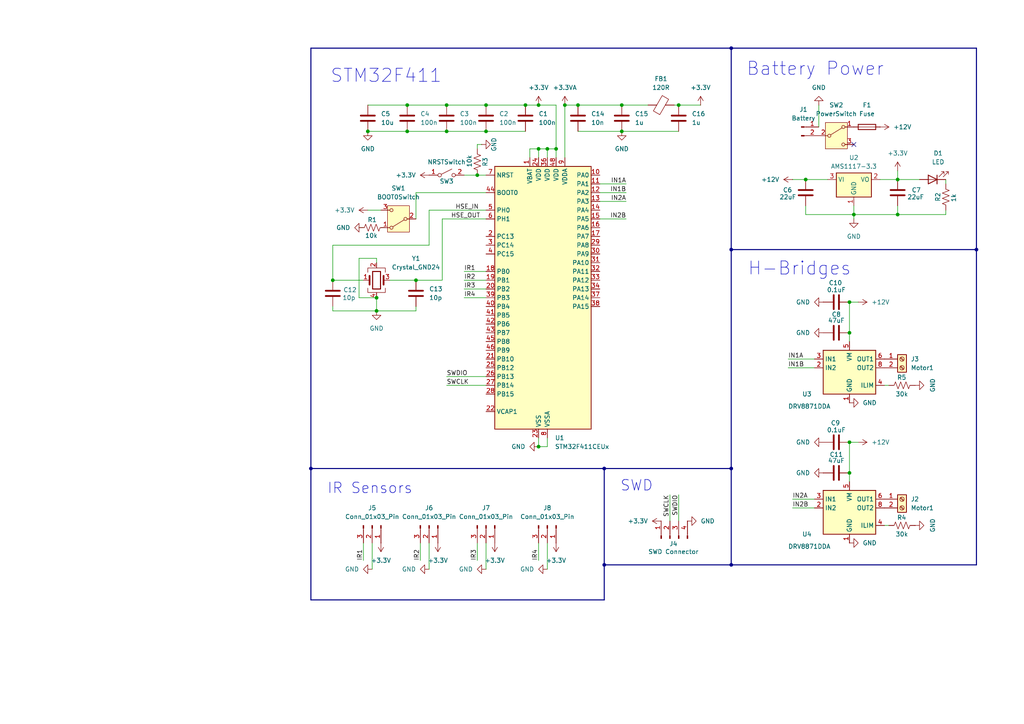
<source format=kicad_sch>
(kicad_sch (version 20231120) (generator "eeschema") (generator_version "8.0")
  (paper "A4")
  (lib_symbols
    (symbol "Connector:Conn_01x02_Pin" (pin_names (offset 1.016) hide)
      (property "Reference" "J" (at 0 2.54 0))
      (property "Value" "Conn_01x02_Pin" (at 0 -5.08 0))
      (symbol "Conn_01x02_Pin_1_1"
        (polyline (pts (xy 1.27 -2.54) (xy 0.8636 -2.54)) (stroke (width 0.1524)))
        (polyline (pts (xy 1.27 0) (xy 0.8636 0)) (stroke (width 0.1524)))
        (rectangle (start 0.8636 -2.413) (end 0 -2.667) (stroke (width 0.1524)) (fill (type outline)))
        (rectangle (start 0.8636 0.127) (end 0 -0.127) (stroke (width 0.1524)) (fill (type outline)))
        (pin passive line (at 5.08 0 180) (length 3.81) (name "Pin_1") (number "1"))
        (pin passive line (at 5.08 -2.54 180) (length 3.81) (name "Pin_2") (number "2"))
      )
    )
    (symbol "Connector:Conn_01x03_Pin" (pin_names (offset 1.016) hide)
      (property "Reference" "J" (at 0 5.08 0))
      (property "Value" "Conn_01x03_Pin" (at 0 -5.08 0))
      (symbol "Conn_01x03_Pin_1_1"
        (polyline (pts (xy 1.27 -2.54) (xy 0.8636 -2.54)) (stroke (width 0.1524)))
        (polyline (pts (xy 1.27 0) (xy 0.8636 0)) (stroke (width 0.1524)))
        (polyline (pts (xy 1.27 2.54) (xy 0.8636 2.54)) (stroke (width 0.1524)))
        (rectangle (start 0.8636 -2.413) (end 0 -2.667) (stroke (width 0.1524)) (fill (type outline)))
        (rectangle (start 0.8636 0.127) (end 0 -0.127) (stroke (width 0.1524)) (fill (type outline)))
        (rectangle (start 0.8636 2.667) (end 0 2.413) (stroke (width 0.1524)) (fill (type outline)))
        (pin passive line (at 5.08 2.54 180) (length 3.81) (name "Pin_1") (number "1"))
        (pin passive line (at 5.08 0 180) (length 3.81) (name "Pin_2") (number "2"))
        (pin passive line (at 5.08 -2.54 180) (length 3.81) (name "Pin_3") (number "3"))
      )
    )
    (symbol "Connector:Conn_01x04_Pin" (pin_names (offset 1.016) hide)
      (property "Reference" "J" (at 0 5.08 0))
      (property "Value" "Conn_01x04_Pin" (at 0 -7.62 0))
      (symbol "Conn_01x04_Pin_1_1"
        (polyline (pts (xy 1.27 -5.08) (xy 0.8636 -5.08)) (stroke (width 0.1524)))
        (polyline (pts (xy 1.27 -2.54) (xy 0.8636 -2.54)) (stroke (width 0.1524)))
        (polyline (pts (xy 1.27 0) (xy 0.8636 0)) (stroke (width 0.1524)))
        (polyline (pts (xy 1.27 2.54) (xy 0.8636 2.54)) (stroke (width 0.1524)))
        (rectangle (start 0.8636 -4.953) (end 0 -5.207) (stroke (width 0.1524)) (fill (type outline)))
        (rectangle (start 0.8636 -2.413) (end 0 -2.667) (stroke (width 0.1524)) (fill (type outline)))
        (rectangle (start 0.8636 0.127) (end 0 -0.127) (stroke (width 0.1524)) (fill (type outline)))
        (rectangle (start 0.8636 2.667) (end 0 2.413) (stroke (width 0.1524)) (fill (type outline)))
        (pin passive line (at 5.08 2.54 180) (length 3.81) (name "Pin_1") (number "1"))
        (pin passive line (at 5.08 0 180) (length 3.81) (name "Pin_2") (number "2"))
        (pin passive line (at 5.08 -2.54 180) (length 3.81) (name "Pin_3") (number "3"))
        (pin passive line (at 5.08 -5.08 180) (length 3.81) (name "Pin_4") (number "4"))
      )
    )
    (symbol "Connector:Screw_Terminal_01x02" (pin_names (offset 1.016) hide)
      (property "Reference" "J" (at 0 2.54 0))
      (property "Value" "Screw_Terminal_01x02" (at 0 -5.08 0))
      (symbol "Screw_Terminal_01x02_1_1"
        (rectangle (start -1.27 1.27) (end 1.27 -3.81) (stroke (width 0.254)) (fill (type background)))
        (circle (center 0 -2.54) (radius 0.635) (stroke (width 0.1524)))
        (polyline (pts (xy -0.5334 -2.2098) (xy 0.3302 -3.048)) (stroke (width 0.1524)))
        (polyline (pts (xy -0.5334 0.3302) (xy 0.3302 -0.508)) (stroke (width 0.1524)))
        (polyline (pts (xy -0.3556 -2.032) (xy 0.508 -2.8702)) (stroke (width 0.1524)))
        (polyline (pts (xy -0.3556 0.508) (xy 0.508 -0.3302)) (stroke (width 0.1524)))
        (circle (center 0 0) (radius 0.635) (stroke (width 0.1524)))
        (pin passive line (at -5.08 0 0) (length 3.81) (name "Pin_1") (number "1"))
        (pin passive line (at -5.08 -2.54 0) (length 3.81) (name "Pin_2") (number "2"))
      )
    )
    (symbol "Device:C" (pin_numbers hide) (pin_names (offset 0.254))
      (property "Reference" "C" (at 0.635 2.54 0))
      (property "Value" "C" (at 0.635 -2.54 0))
      (symbol "C_0_1"
        (polyline (pts (xy -2.032 -0.762) (xy 2.032 -0.762)) (stroke (width 0.508)))
        (polyline (pts (xy -2.032 0.762) (xy 2.032 0.762)) (stroke (width 0.508)))
      )
      (symbol "C_1_1"
        (pin passive line (at 0 3.81 270) (length 2.794) (name "~") (number "1"))
        (pin passive line (at 0 -3.81 90) (length 2.794) (name "~") (number "2"))
      )
    )
    (symbol "Device:Crystal_GND24" (pin_names (offset 1.016) hide)
      (property "Reference" "Y" (at 3.175 5.08 0))
      (property "Value" "Crystal_GND24" (at 3.175 3.175 0))
      (symbol "Crystal_GND24_0_1"
        (rectangle (start -1.143 2.54) (end 1.143 -2.54) (stroke (width 0.3048)))
        (polyline (pts (xy -2.54 0) (xy -2.032 0)))
        (polyline (pts (xy -2.032 -1.27) (xy -2.032 1.27)) (stroke (width 0.508)))
        (polyline (pts (xy 0 -3.81) (xy 0 -3.556)))
        (polyline (pts (xy 0 3.556) (xy 0 3.81)))
        (polyline (pts (xy 2.032 -1.27) (xy 2.032 1.27)) (stroke (width 0.508)))
        (polyline (pts (xy 2.032 0) (xy 2.54 0)))
        (polyline (pts (xy -2.54 -2.286) (xy -2.54 -3.556) (xy 2.54 -3.556) (xy 2.54 -2.286)))
        (polyline (pts (xy -2.54 2.286) (xy -2.54 3.556) (xy 2.54 3.556) (xy 2.54 2.286)))
      )
      (symbol "Crystal_GND24_1_1"
        (pin passive line (at -3.81 0 0) (length 1.27) (name "1") (number "1"))
        (pin passive line (at 0 5.08 270) (length 1.27) (name "2") (number "2"))
        (pin passive line (at 3.81 0 180) (length 1.27) (name "3") (number "3"))
        (pin passive line (at 0 -5.08 90) (length 1.27) (name "4") (number "4"))
      )
    )
    (symbol "Device:FerriteBead" (pin_numbers hide) (pin_names (offset 0))
      (property "Reference" "FB" (at -3.81 0.635 90))
      (property "Value" "FerriteBead" (at 3.81 0 90))
      (symbol "FerriteBead_0_1"
        (polyline (pts (xy 0 -1.27) (xy 0 -1.2192)))
        (polyline (pts (xy 0 1.27) (xy 0 1.2954)))
        (polyline (pts (xy -2.7686 0.4064) (xy -1.7018 2.2606) (xy 2.7686 -0.3048) (xy 1.6764 -2.159) (xy -2.7686 0.4064)))
      )
      (symbol "FerriteBead_1_1"
        (pin passive line (at 0 3.81 270) (length 2.54) (name "~") (number "1"))
        (pin passive line (at 0 -3.81 90) (length 2.54) (name "~") (number "2"))
      )
    )
    (symbol "Device:Fuse" (pin_numbers hide) (pin_names (offset 0))
      (property "Reference" "F" (at 2.032 0 90))
      (property "Value" "Fuse" (at -1.905 0 90))
      (symbol "Fuse_0_1"
        (rectangle (start -0.762 -2.54) (end 0.762 2.54) (stroke (width 0.254)))
        (polyline (pts (xy 0 2.54) (xy 0 -2.54)))
      )
      (symbol "Fuse_1_1"
        (pin passive line (at 0 3.81 270) (length 1.27) (name "~") (number "1"))
        (pin passive line (at 0 -3.81 90) (length 1.27) (name "~") (number "2"))
      )
    )
    (symbol "Device:LED" (pin_numbers hide) (pin_names (offset 1.016) hide)
      (property "Reference" "D" (at 0 2.54 0))
      (property "Value" "LED" (at 0 -2.54 0))
      (symbol "LED_0_1"
        (polyline (pts (xy -1.27 -1.27) (xy -1.27 1.27)) (stroke (width 0.254)))
        (polyline (pts (xy -1.27 0) (xy 1.27 0)))
        (polyline (pts (xy 1.27 -1.27) (xy 1.27 1.27) (xy -1.27 0) (xy 1.27 -1.27)) (stroke (width 0.254)))
        (polyline (pts (xy -3.048 -0.762) (xy -4.572 -2.286) (xy -3.81 -2.286) (xy -4.572 -2.286) (xy -4.572 -1.524)))
        (polyline (pts (xy -1.778 -0.762) (xy -3.302 -2.286) (xy -2.54 -2.286) (xy -3.302 -2.286) (xy -3.302 -1.524)))
      )
      (symbol "LED_1_1"
        (pin passive line (at -3.81 0 0) (length 2.54) (name "K") (number "1"))
        (pin passive line (at 3.81 0 180) (length 2.54) (name "A") (number "2"))
      )
    )
    (symbol "Device:R_US" (pin_numbers hide) (pin_names (offset 0))
      (property "Reference" "R" (at 2.54 0 90))
      (property "Value" "R_US" (at -2.54 0 90))
      (symbol "R_US_0_1"
        (polyline (pts (xy 0 -2.286) (xy 0 -2.54)))
        (polyline (pts (xy 0 2.286) (xy 0 2.54)))
        (polyline (pts (xy 0 -0.762) (xy 1.016 -1.143) (xy 0 -1.524) (xy -1.016 -1.905) (xy 0 -2.286)))
        (polyline (pts (xy 0 0.762) (xy 1.016 0.381) (xy 0 0) (xy -1.016 -0.381) (xy 0 -0.762)))
        (polyline (pts (xy 0 2.286) (xy 1.016 1.905) (xy 0 1.524) (xy -1.016 1.143) (xy 0 0.762)))
      )
      (symbol "R_US_1_1"
        (pin passive line (at 0 3.81 270) (length 1.27) (name "~") (number "1"))
        (pin passive line (at 0 -3.81 90) (length 1.27) (name "~") (number "2"))
      )
    )
    (symbol "Driver_Motor:DRV8871DDA"
      (property "Reference" "U" (at -6.35 6.35 0))
      (property "Value" "DRV8871DDA" (at 8.89 6.35 0))
      (symbol "DRV8871DDA_0_1"
        (rectangle (start -7.62 5.08) (end 7.62 -7.62) (stroke (width 0.254)) (fill (type background)))
      )
      (symbol "DRV8871DDA_1_1"
        (pin power_in line (at 0 -10.16 90) (length 2.54) (name "GND") (number "1"))
        (pin input line (at -10.16 0 0) (length 2.54) (name "IN2") (number "2"))
        (pin input line (at -10.16 2.54 0) (length 2.54) (name "IN1") (number "3"))
        (pin passive line (at 10.16 -5.08 180) (length 2.54) (name "ILIM") (number "4"))
        (pin power_in line (at 0 7.62 270) (length 2.54) (name "VM") (number "5"))
        (pin output line (at 10.16 2.54 180) (length 2.54) (name "OUT1") (number "6"))
        (pin passive line (at 0 -10.16 90) (length 2.54) hide (name "GND") (number "7"))
        (pin output line (at 10.16 0 180) (length 2.54) (name "OUT2") (number "8"))
        (pin passive line (at 0 -10.16 90) (length 2.54) hide (name "GND") (number "9"))
      )
    )
    (symbol "MCU_ST_STM32F4:STM32F411CEUx"
      (property "Reference" "U" (at -12.7 39.37 0))
      (property "Value" "STM32F411CEUx" (at 10.16 39.37 0))
      (symbol "STM32F411CEUx_0_1"
        (rectangle (start -12.7 -38.1) (end 15.24 38.1) (stroke (width 0.254)) (fill (type background)))
      )
      (symbol "STM32F411CEUx_1_1"
        (pin power_in line (at -2.54 40.64 270) (length 2.54) (name "VBAT") (number "1"))
        (pin bidirectional line (at 17.78 35.56 180) (length 2.54) (name "PA0") (number "10"))
        (pin bidirectional line (at 17.78 33.02 180) (length 2.54) (name "PA1") (number "11"))
        (pin bidirectional line (at 17.78 30.48 180) (length 2.54) (name "PA2") (number "12"))
        (pin bidirectional line (at 17.78 27.94 180) (length 2.54) (name "PA3") (number "13"))
        (pin bidirectional line (at 17.78 25.4 180) (length 2.54) (name "PA4") (number "14"))
        (pin bidirectional line (at 17.78 22.86 180) (length 2.54) (name "PA5") (number "15"))
        (pin bidirectional line (at 17.78 20.32 180) (length 2.54) (name "PA6") (number "16"))
        (pin bidirectional line (at 17.78 17.78 180) (length 2.54) (name "PA7") (number "17"))
        (pin bidirectional line (at -15.24 7.62 0) (length 2.54) (name "PB0") (number "18"))
        (pin bidirectional line (at -15.24 5.08 0) (length 2.54) (name "PB1") (number "19"))
        (pin bidirectional line (at -15.24 17.78 0) (length 2.54) (name "PC13") (number "2"))
        (pin bidirectional line (at -15.24 2.54 0) (length 2.54) (name "PB2") (number "20"))
        (pin bidirectional line (at -15.24 -17.78 0) (length 2.54) (name "PB10") (number "21"))
        (pin power_out line (at -15.24 -33.02 0) (length 2.54) (name "VCAP1") (number "22"))
        (pin power_in line (at 0 -40.64 90) (length 2.54) (name "VSS") (number "23"))
        (pin power_in line (at 0 40.64 270) (length 2.54) (name "VDD") (number "24"))
        (pin bidirectional line (at -15.24 -20.32 0) (length 2.54) (name "PB12") (number "25"))
        (pin bidirectional line (at -15.24 -22.86 0) (length 2.54) (name "PB13") (number "26"))
        (pin bidirectional line (at -15.24 -25.4 0) (length 2.54) (name "PB14") (number "27"))
        (pin bidirectional line (at -15.24 -27.94 0) (length 2.54) (name "PB15") (number "28"))
        (pin bidirectional line (at 17.78 15.24 180) (length 2.54) (name "PA8") (number "29"))
        (pin bidirectional line (at -15.24 15.24 0) (length 2.54) (name "PC14") (number "3"))
        (pin bidirectional line (at 17.78 12.7 180) (length 2.54) (name "PA9") (number "30"))
        (pin bidirectional line (at 17.78 10.16 180) (length 2.54) (name "PA10") (number "31"))
        (pin bidirectional line (at 17.78 7.62 180) (length 2.54) (name "PA11") (number "32"))
        (pin bidirectional line (at 17.78 5.08 180) (length 2.54) (name "PA12") (number "33"))
        (pin bidirectional line (at 17.78 2.54 180) (length 2.54) (name "PA13") (number "34"))
        (pin passive line (at 0 -40.64 90) (length 2.54) hide (name "VSS") (number "35"))
        (pin power_in line (at 2.54 40.64 270) (length 2.54) (name "VDD") (number "36"))
        (pin bidirectional line (at 17.78 0 180) (length 2.54) (name "PA14") (number "37"))
        (pin bidirectional line (at 17.78 -2.54 180) (length 2.54) (name "PA15") (number "38"))
        (pin bidirectional line (at -15.24 0 0) (length 2.54) (name "PB3") (number "39"))
        (pin bidirectional line (at -15.24 12.7 0) (length 2.54) (name "PC15") (number "4"))
        (pin bidirectional line (at -15.24 -2.54 0) (length 2.54) (name "PB4") (number "40"))
        (pin bidirectional line (at -15.24 -5.08 0) (length 2.54) (name "PB5") (number "41"))
        (pin bidirectional line (at -15.24 -7.62 0) (length 2.54) (name "PB6") (number "42"))
        (pin bidirectional line (at -15.24 -10.16 0) (length 2.54) (name "PB7") (number "43"))
        (pin input line (at -15.24 30.48 0) (length 2.54) (name "BOOT0") (number "44"))
        (pin bidirectional line (at -15.24 -12.7 0) (length 2.54) (name "PB8") (number "45"))
        (pin bidirectional line (at -15.24 -15.24 0) (length 2.54) (name "PB9") (number "46"))
        (pin passive line (at 0 -40.64 90) (length 2.54) hide (name "VSS") (number "47"))
        (pin power_in line (at 5.08 40.64 270) (length 2.54) (name "VDD") (number "48"))
        (pin passive line (at 0 -40.64 90) (length 2.54) hide (name "VSS") (number "49"))
        (pin bidirectional line (at -15.24 25.4 0) (length 2.54) (name "PH0") (number "5"))
        (pin bidirectional line (at -15.24 22.86 0) (length 2.54) (name "PH1") (number "6"))
        (pin input line (at -15.24 35.56 0) (length 2.54) (name "NRST") (number "7"))
        (pin power_in line (at 2.54 -40.64 90) (length 2.54) (name "VSSA") (number "8"))
        (pin power_in line (at 7.62 40.64 270) (length 2.54) (name "VDDA") (number "9"))
      )
    )
    (symbol "Regulator_Linear:AMS1117-3.3"
      (property "Reference" "U" (at -3.81 3.175 0))
      (property "Value" "AMS1117-3.3" (at 0 3.175 0))
      (symbol "AMS1117-3.3_0_1"
        (rectangle (start -5.08 -5.08) (end 5.08 1.905) (stroke (width 0.254)) (fill (type background)))
      )
      (symbol "AMS1117-3.3_1_1"
        (pin power_in line (at 0 -7.62 90) (length 2.54) (name "GND") (number "1"))
        (pin power_out line (at 7.62 0 180) (length 2.54) (name "VO") (number "2"))
        (pin power_in line (at -7.62 0 0) (length 2.54) (name "VI") (number "3"))
      )
    )
    (symbol "Switch:SW_SPDT" (pin_names (offset 0) hide)
      (property "Reference" "SW" (at 0 5.08 0))
      (property "Value" "SW_SPDT" (at 0 -5.08 0))
      (symbol "SW_SPDT_0_1"
        (circle (center -2.032 0) (radius 0.4572))
        (polyline (pts (xy -1.651 0.254) (xy 1.651 2.286)))
        (circle (center 2.032 -2.54) (radius 0.4572))
        (circle (center 2.032 2.54) (radius 0.4572))
      )
      (symbol "SW_SPDT_1_1"
        (rectangle (start -3.175 3.81) (end 3.175 -3.81) (fill (type background)))
        (pin passive line (at 5.08 2.54 180) (length 2.54) (name "A") (number "1"))
        (pin passive line (at -5.08 0 0) (length 2.54) (name "B") (number "2"))
        (pin passive line (at 5.08 -2.54 180) (length 2.54) (name "C") (number "3"))
      )
    )
    (symbol "Switch:SW_SPST" (pin_names (offset 0) hide)
      (property "Reference" "SW" (at 0 3.175 0))
      (property "Value" "SW_SPST" (at 0 -2.54 0))
      (symbol "SW_SPST_0_0"
        (circle (center -2.032 0) (radius 0.508))
        (polyline (pts (xy -1.524 0.254) (xy 1.524 1.778)))
        (circle (center 2.032 0) (radius 0.508))
      )
      (symbol "SW_SPST_1_1"
        (pin passive line (at -5.08 0 0) (length 2.54) (name "A") (number "1"))
        (pin passive line (at 5.08 0 180) (length 2.54) (name "B") (number "2"))
      )
    )
    (symbol "power:+12V" (power) (pin_numbers hide) (pin_names (offset 0) hide)
      (property "Value" "+12V" (at 0 3.556 0))
      (symbol "+12V_0_1"
        (polyline (pts (xy -0.762 1.27) (xy 0 2.54)))
        (polyline (pts (xy 0 0) (xy 0 2.54)))
        (polyline (pts (xy 0 2.54) (xy 0.762 1.27)))
      )
      (symbol "+12V_1_1"
        (pin power_in line (at 0 0 90) (length 0) (name "~") (number "1"))
      )
    )
    (symbol "power:+3.3V" (power) (pin_numbers hide) (pin_names (offset 0) hide)
      (property "Value" "+3.3V" (at 0 3.556 0))
      (symbol "+3.3V_0_1"
        (polyline (pts (xy -0.762 1.27) (xy 0 2.54)))
        (polyline (pts (xy 0 0) (xy 0 2.54)))
        (polyline (pts (xy 0 2.54) (xy 0.762 1.27)))
      )
      (symbol "+3.3V_1_1"
        (pin power_in line (at 0 0 90) (length 0) (name "~") (number "1"))
      )
    )
    (symbol "power:+3.3VA" (power) (pin_numbers hide) (pin_names (offset 0) hide)
      (property "Value" "+3.3VA" (at 0 3.556 0))
      (symbol "+3.3VA_0_1"
        (polyline (pts (xy -0.762 1.27) (xy 0 2.54)))
        (polyline (pts (xy 0 0) (xy 0 2.54)))
        (polyline (pts (xy 0 2.54) (xy 0.762 1.27)))
      )
      (symbol "+3.3VA_1_1"
        (pin power_in line (at 0 0 90) (length 0) (name "~") (number "1"))
      )
    )
    (symbol "power:GND" (power) (pin_numbers hide) (pin_names (offset 0) hide)
      (property "Value" "GND" (at 0 -3.81 0))
      (symbol "GND_0_1"
        (polyline (pts (xy 0 0) (xy 0 -1.27) (xy 1.27 -1.27) (xy 0 -2.54) (xy -1.27 -1.27) (xy 0 -1.27)))
      )
      (symbol "GND_1_1"
        (pin power_in line (at 0 0 270) (length 0) (name "~") (number "1"))
      )
    )
  )
  (junction (at 163.83 30.48))
  (junction (at 90.17 135.89))
  (junction (at 167.64 30.48))
  (junction (at 140.97 38.1))
  (junction (at 212.09 163.83))
  (junction (at 106.68 38.1))
  (junction (at 180.34 30.48))
  (junction (at 161.29 43.18))
  (junction (at 212.09 135.89))
  (junction (at 260.35 52.07))
  (junction (at 96.52 81.28))
  (junction (at 260.35 62.23))
  (junction (at 246.38 96.52))
  (junction (at 158.75 43.18))
  (junction (at 138.43 50.8))
  (junction (at 109.22 90.17))
  (junction (at 152.4 30.48))
  (junction (at 118.11 38.1))
  (junction (at 175.26 135.89))
  (junction (at 212.09 13.97))
  (junction (at 283.21 72.39))
  (junction (at 246.38 128.27))
  (junction (at 180.34 38.1))
  (junction (at 156.21 43.18))
  (junction (at 233.68 52.07))
  (junction (at 196.85 30.48))
  (junction (at 175.26 163.83))
  (junction (at 247.65 62.23))
  (junction (at 156.21 129.54))
  (junction (at 156.21 30.48))
  (junction (at 246.38 137.16))
  (junction (at 129.54 38.1))
  (junction (at 109.22 86.36))
  (junction (at 212.09 72.39))
  (junction (at 140.97 30.48))
  (junction (at 120.65 81.28))
  (junction (at 129.54 30.48))
  (junction (at 118.11 30.48))
  (junction (at 246.38 87.63))
  (no_connect (at 247.65 41.91))
  (wire (pts (xy 124.46 60.96) (xy 140.97 60.96)))
  (wire (pts (xy 181.61 53.34) (xy 173.99 53.34)))
  (wire (pts (xy 96.52 81.28) (xy 105.41 81.28)))
  (wire (pts (xy 167.64 38.1) (xy 180.34 38.1)))
  (bus (pts (xy 175.26 135.89) (xy 212.09 135.89)))
  (wire (pts (xy 96.52 81.28) (xy 96.52 71.12)))
  (bus (pts (xy 90.17 135.89) (xy 90.17 173.99)))
  (wire (pts (xy 181.61 55.88) (xy 173.99 55.88)))
  (wire (pts (xy 128.27 63.5) (xy 140.97 63.5)))
  (wire (pts (xy 96.52 90.17) (xy 109.22 90.17)))
  (wire (pts (xy 120.65 63.5) (xy 120.65 55.88)))
  (wire (pts (xy 104.14 66.04) (xy 105.41 66.04)))
  (wire (pts (xy 109.22 90.17) (xy 120.65 90.17)))
  (wire (pts (xy 167.64 30.48) (xy 180.34 30.48)))
  (bus (pts (xy 212.09 163.83) (xy 175.26 163.83)))
  (wire (pts (xy 140.97 38.1) (xy 152.4 38.1)))
  (bus (pts (xy 175.26 173.99) (xy 175.26 163.83)))
  (wire (pts (xy 134.62 50.8) (xy 138.43 50.8)))
  (wire (pts (xy 257.81 111.76) (xy 256.54 111.76)))
  (wire (pts (xy 246.38 137.16) (xy 246.38 139.7)))
  (bus (pts (xy 175.26 135.89) (xy 90.17 135.89)))
  (wire (pts (xy 134.62 78.74) (xy 140.97 78.74)))
  (wire (pts (xy 96.52 90.17) (xy 96.52 88.9)))
  (wire (pts (xy 138.43 50.8) (xy 140.97 50.8)))
  (wire (pts (xy 134.62 83.82) (xy 140.97 83.82)))
  (wire (pts (xy 246.38 96.52) (xy 246.38 99.06)))
  (wire (pts (xy 233.68 62.23) (xy 233.68 59.69)))
  (wire (pts (xy 237.49 30.48) (xy 237.49 36.83)))
  (wire (pts (xy 161.29 30.48) (xy 161.29 43.18)))
  (wire (pts (xy 118.11 38.1) (xy 129.54 38.1)))
  (bus (pts (xy 212.09 72.39) (xy 283.21 72.39)))
  (wire (pts (xy 194.31 143.51) (xy 194.31 151.13)))
  (wire (pts (xy 181.61 58.42) (xy 173.99 58.42)))
  (wire (pts (xy 124.46 165.1) (xy 124.46 157.48)))
  (wire (pts (xy 196.85 30.48) (xy 195.58 30.48)))
  (bus (pts (xy 212.09 13.97) (xy 283.21 13.97)))
  (wire (pts (xy 228.6 104.14) (xy 236.22 104.14)))
  (wire (pts (xy 228.6 106.68) (xy 236.22 106.68)))
  (wire (pts (xy 248.92 128.27) (xy 246.38 128.27)))
  (wire (pts (xy 106.68 38.1) (xy 118.11 38.1)))
  (wire (pts (xy 107.95 165.1) (xy 107.95 157.48)))
  (wire (pts (xy 140.97 165.1) (xy 140.97 157.48)))
  (wire (pts (xy 140.97 30.48) (xy 129.54 30.48)))
  (wire (pts (xy 110.49 66.04) (xy 111.76 66.04)))
  (wire (pts (xy 229.87 52.07) (xy 233.68 52.07)))
  (bus (pts (xy 175.26 135.89) (xy 175.26 163.83)))
  (wire (pts (xy 158.75 43.18) (xy 156.21 43.18)))
  (wire (pts (xy 274.32 53.34) (xy 274.32 52.07)))
  (wire (pts (xy 138.43 41.91) (xy 139.7 41.91)))
  (wire (pts (xy 156.21 43.18) (xy 156.21 45.72)))
  (wire (pts (xy 105.41 162.56) (xy 105.41 157.48)))
  (wire (pts (xy 158.75 127) (xy 158.75 129.54)))
  (wire (pts (xy 118.11 30.48) (xy 106.68 30.48)))
  (wire (pts (xy 156.21 30.48) (xy 161.29 30.48)))
  (wire (pts (xy 109.22 74.93) (xy 104.14 74.93)))
  (wire (pts (xy 247.65 63.5) (xy 247.65 62.23)))
  (wire (pts (xy 113.03 81.28) (xy 120.65 81.28)))
  (wire (pts (xy 138.43 162.56) (xy 138.43 157.48)))
  (wire (pts (xy 246.38 128.27) (xy 246.38 137.16)))
  (wire (pts (xy 246.38 87.63) (xy 246.38 96.52)))
  (wire (pts (xy 152.4 30.48) (xy 156.21 30.48)))
  (wire (pts (xy 128.27 81.28) (xy 128.27 63.5)))
  (wire (pts (xy 158.75 43.18) (xy 158.75 45.72)))
  (wire (pts (xy 248.92 87.63) (xy 246.38 87.63)))
  (wire (pts (xy 255.27 52.07) (xy 260.35 52.07)))
  (wire (pts (xy 247.65 62.23) (xy 260.35 62.23)))
  (bus (pts (xy 212.09 13.97) (xy 212.09 72.39)))
  (wire (pts (xy 187.96 30.48) (xy 180.34 30.48)))
  (wire (pts (xy 161.29 43.18) (xy 158.75 43.18)))
  (wire (pts (xy 129.54 38.1) (xy 140.97 38.1)))
  (bus (pts (xy 283.21 13.97) (xy 283.21 72.39)))
  (wire (pts (xy 163.83 30.48) (xy 163.83 45.72)))
  (wire (pts (xy 118.11 30.48) (xy 129.54 30.48)))
  (wire (pts (xy 120.65 55.88) (xy 140.97 55.88)))
  (wire (pts (xy 129.54 109.22) (xy 140.97 109.22)))
  (bus (pts (xy 283.21 72.39) (xy 283.21 163.83)))
  (wire (pts (xy 203.2 30.48) (xy 196.85 30.48)))
  (bus (pts (xy 90.17 173.99) (xy 175.26 173.99)))
  (wire (pts (xy 134.62 86.36) (xy 140.97 86.36)))
  (wire (pts (xy 120.65 90.17) (xy 120.65 88.9)))
  (wire (pts (xy 181.61 63.5) (xy 173.99 63.5)))
  (wire (pts (xy 274.32 62.23) (xy 274.32 60.96)))
  (wire (pts (xy 260.35 49.53) (xy 260.35 52.07)))
  (wire (pts (xy 158.75 165.1) (xy 158.75 157.48)))
  (bus (pts (xy 212.09 72.39) (xy 212.09 135.89)))
  (wire (pts (xy 138.43 41.91) (xy 138.43 43.18)))
  (bus (pts (xy 212.09 163.83) (xy 283.21 163.83)))
  (wire (pts (xy 134.62 81.28) (xy 140.97 81.28)))
  (wire (pts (xy 196.85 143.51) (xy 196.85 151.13)))
  (wire (pts (xy 104.14 86.36) (xy 109.22 86.36)))
  (wire (pts (xy 163.83 30.48) (xy 167.64 30.48)))
  (wire (pts (xy 96.52 71.12) (xy 124.46 71.12)))
  (wire (pts (xy 180.34 38.1) (xy 196.85 38.1)))
  (wire (pts (xy 156.21 162.56) (xy 156.21 157.48)))
  (wire (pts (xy 260.35 59.69) (xy 260.35 62.23)))
  (wire (pts (xy 109.22 86.36) (xy 109.22 90.17)))
  (wire (pts (xy 161.29 43.18) (xy 161.29 45.72)))
  (wire (pts (xy 158.75 129.54) (xy 156.21 129.54)))
  (wire (pts (xy 106.68 60.96) (xy 110.49 60.96)))
  (wire (pts (xy 120.65 81.28) (xy 128.27 81.28)))
  (wire (pts (xy 156.21 43.18) (xy 153.67 43.18)))
  (bus (pts (xy 90.17 13.97) (xy 212.09 13.97)))
  (wire (pts (xy 104.14 74.93) (xy 104.14 86.36)))
  (wire (pts (xy 266.7 52.07) (xy 260.35 52.07)))
  (wire (pts (xy 260.35 62.23) (xy 274.32 62.23)))
  (wire (pts (xy 124.46 71.12) (xy 124.46 60.96)))
  (wire (pts (xy 129.54 111.76) (xy 140.97 111.76)))
  (wire (pts (xy 140.97 30.48) (xy 152.4 30.48)))
  (bus (pts (xy 212.09 135.89) (xy 212.09 163.83)))
  (wire (pts (xy 153.67 43.18) (xy 153.67 45.72)))
  (wire (pts (xy 109.22 74.93) (xy 109.22 76.2)))
  (wire (pts (xy 229.87 144.78) (xy 236.22 144.78)))
  (bus (pts (xy 90.17 135.89) (xy 90.17 13.97)))
  (wire (pts (xy 229.87 147.32) (xy 236.22 147.32)))
  (wire (pts (xy 233.68 62.23) (xy 247.65 62.23)))
  (wire (pts (xy 233.68 52.07) (xy 240.03 52.07)))
  (wire (pts (xy 121.92 162.56) (xy 121.92 157.48)))
  (wire (pts (xy 257.81 152.4) (xy 256.54 152.4)))
  (wire (pts (xy 247.65 62.23) (xy 247.65 59.69)))
  (wire (pts (xy 156.21 129.54) (xy 156.21 127)))
  (text "Battery Power\n" (at 236.474 20.066 0) (effects (font (size 3.81 3.81))))
  (text "H-Bridges\n" (at 231.902 77.978 0) (effects (font (size 3.81 3.81))))
  (text "SWD\n" (at 184.658 140.97 0) (effects (font (size 3.048 3.048))))
  (text "STM32F411\n" (at 112.014 22.098 0) (effects (font (size 3.81 3.81))))
  (text "IR Sensors \n" (at 108.458 141.732 0) (effects (font (size 3.048 3.048))))
  (label "SWCLK" (at 194.31 143.51 270))
  (label "SWDIO" (at 129.54 109.22 0))
  (label "IR1" (at 105.41 162.56 90))
  (label "IN1A" (at 228.6 104.14 0))
  (label "SWCLK" (at 129.54 111.76 0))
  (label "SWDIO" (at 196.85 143.51 270))
  (label "IR3" (at 138.43 162.56 90))
  (label "IN2B" (at 181.61 63.5 180))
  (label "IR4" (at 134.62 86.36 0))
  (label "HSE_IN" (at 132.08 60.96 0))
  (label "IN2B" (at 229.87 147.32 0))
  (label "IR1" (at 134.62 78.74 0))
  (label "IN2A" (at 181.61 58.42 180))
  (label "IN1B" (at 228.6 106.68 0))
  (label "IR2" (at 134.62 81.28 0))
  (label "IR3" (at 134.62 83.82 0))
  (label "HSE_OUT" (at 130.81 63.5 0))
  (label "IN1B" (at 181.61 55.88 180))
  (label "IN1A" (at 181.61 53.34 180))
  (label "IR4" (at 156.21 162.56 90))
  (label "IN2A" (at 229.87 144.78 0))
  (label "IR2" (at 121.92 162.56 90))
  (symbol (lib_id "power:GND") (at 247.65 63.5 0) (unit 1)
    (property "Reference" "#PWR09" (effects (hide yes)))
    (property "Value" "GND" (at 247.65 68.58 0))
    (property "Description" "Power symbol creates a global label with name \"GND\" , ground" (effects (hide yes)))
  )
  (symbol (lib_id "power:+3.3V") (at 161.29 157.48 180) (unit 1)
    (property "Reference" "#PWR036" (effects (hide yes)))
    (property "Value" "+3.3V" (at 161.29 162.56 0))
    (property "Description" "Power symbol creates a global label with name \"+3.3V\"" (effects (hide yes)))
  )
  (symbol (lib_id "power:GND") (at 265.43 152.4 90) (unit 1)
    (property "Reference" "#PWR021" (effects (hide yes)))
    (property "Value" "GND" (at 270.51 152.4 0))
    (property "Description" "Power symbol creates a global label with name \"GND\" , ground" (effects (hide yes)))
  )
  (symbol (lib_id "power:+3.3V") (at 191.77 151.13 90) (unit 1)
    (property "Reference" "#PWR024" (effects (hide yes)))
    (property "Value" "+3.3V" (at 187.96 151.1299 90) (effects (justify left)))
    (property "Description" "Power symbol creates a global label with name \"+3.3V\"" (effects (hide yes)))
  )
  (symbol (lib_id "power:GND") (at 109.22 90.17 0) (unit 1)
    (property "Reference" "#PWR023" (effects (hide yes)))
    (property "Value" "GND" (at 109.22 95.25 0))
    (property "Description" "Power symbol creates a global label with name \"GND\" , ground" (effects (hide yes)))
  )
  (symbol (lib_id "power:GND") (at 246.38 157.48 90) (unit 1)
    (property "Reference" "#PWR017" (effects (hide yes)))
    (property "Value" "GND" (at 250.19 157.4799 90) (effects (justify right)))
    (property "Description" "Power symbol creates a global label with name \"GND\" , ground" (effects (hide yes)))
  )
  (symbol (lib_id "Driver_Motor:DRV8871DDA") (at 246.38 147.32 0) (unit 1)
    (property "Reference" "U4" (at 232.664 154.94 0) (effects (justify left)))
    (property "Value" "DRV8871DDA" (at 228.6 158.496 0) (effects (justify left)))
    (property "Footprint" "Package_SO:Texas_HTSOP-8-1EP_3.9x4.9mm_P1.27mm_EP2.95x4.9mm_Mask2.4x3.1mm_ThermalVias" (effects (hide yes)))
    (property "Datasheet" "http://www.ti.com/lit/ds/symlink/drv8871.pdf" (effects (hide yes)))
    (property "Description" "Brushed DC Motor Driver, PWM Control, 45V, 3.6A, Current limiting, HTSOP-8" (effects (hide yes)))
  )
  (symbol (lib_id "Device:C") (at 129.54 34.29 0) (unit 1)
    (property "Reference" "C3" (at 133.35 33.0199 0) (effects (justify left)))
    (property "Value" "100n" (at 133.35 35.5599 0) (effects (justify left)))
    (property "Footprint" "Capacitor_SMD:C_0402_1005Metric" (effects (hide yes)))
    (property "Description" "Unpolarized capacitor" (effects (hide yes)))
  )
  (symbol (lib_id "power:+3.3V") (at 124.46 50.8 90) (unit 1)
    (property "Reference" "#PWR010" (effects (hide yes)))
    (property "Value" "+3.3V" (at 120.65 50.7999 90) (effects (justify left)))
    (property "Description" "Power symbol creates a global label with name \"+3.3V\"" (effects (hide yes)))
  )
  (symbol (lib_id "power:GND") (at 156.21 129.54 270) (unit 1)
    (property "Reference" "#PWR022" (effects (hide yes)))
    (property "Value" "GND" (at 152.4 129.5399 90) (effects (justify right)))
    (property "Description" "Power symbol creates a global label with name \"GND\" , ground" (effects (hide yes)))
  )
  (symbol (lib_id "power:GND") (at 106.68 38.1 0) (unit 1)
    (property "Reference" "#PWR02" (effects (hide yes)))
    (property "Value" "GND" (at 106.68 43.18 0))
    (property "Description" "Power symbol creates a global label with name \"GND\" , ground" (effects (hide yes)))
  )
  (symbol (lib_id "Device:R_US") (at 274.32 57.15 180) (unit 1)
    (property "Reference" "R2" (at 272.034 57.15 90))
    (property "Value" "1k" (at 276.606 57.404 90))
    (property "Footprint" "Resistor_SMD:R_0603_1608Metric" (effects (hide yes)))
    (property "Description" "Resistor, US symbol" (effects (hide yes)))
  )
  (symbol (lib_id "power:GND") (at 180.34 38.1 0) (unit 1)
    (property "Reference" "#PWR027" (effects (hide yes)))
    (property "Value" "GND" (at 180.34 43.18 0))
    (property "Description" "Power symbol creates a global label with name \"GND\" , ground" (effects (hide yes)))
  )
  (symbol (lib_id "power:+3.3V") (at 203.2 30.48 0) (unit 1)
    (property "Reference" "#PWR028" (effects (hide yes)))
    (property "Value" "+3.3V" (at 203.2 25.4 0))
    (property "Description" "Power symbol creates a global label with name \"+3.3V\"" (effects (hide yes)))
  )
  (symbol (lib_id "Device:C") (at 118.11 34.29 0) (unit 1)
    (property "Reference" "C4" (at 121.92 33.0199 0) (effects (justify left)))
    (property "Value" "100n" (at 121.92 35.5599 0) (effects (justify left)))
    (property "Footprint" "Capacitor_SMD:C_0402_1005Metric" (effects (hide yes)))
    (property "Description" "Unpolarized capacitor" (effects (hide yes)))
  )
  (symbol (lib_id "Device:C") (at 120.65 85.09 0) (unit 1)
    (property "Reference" "C13" (at 124.46 83.8199 0) (effects (justify left)))
    (property "Value" "10p" (at 124.46 86.3599 0) (effects (justify left)))
    (property "Footprint" "Capacitor_SMD:C_0402_1005Metric" (effects (hide yes)))
    (property "Description" "Unpolarized capacitor" (effects (hide yes)))
  )
  (symbol (lib_id "Device:C") (at 140.97 34.29 0) (unit 1)
    (property "Reference" "C2" (at 144.78 33.0199 0) (effects (justify left)))
    (property "Value" "100n" (at 144.78 35.5599 0) (effects (justify left)))
    (property "Footprint" "Capacitor_SMD:C_0402_1005Metric" (effects (hide yes)))
    (property "Description" "Unpolarized capacitor" (effects (hide yes)))
  )
  (symbol (lib_id "power:+12V") (at 255.27 36.83 270) (unit 1)
    (property "Reference" "#PWR05" (effects (hide yes)))
    (property "Value" "+12V" (at 259.08 36.8299 90) (effects (justify left)))
    (property "Description" "Power symbol creates a global label with name \"+12V\"" (effects (hide yes)))
  )
  (symbol (lib_id "power:GND") (at 199.39 151.13 90) (unit 1)
    (property "Reference" "#PWR025" (effects (hide yes)))
    (property "Value" "GND" (at 203.2 151.1299 90) (effects (justify right)))
    (property "Description" "Power symbol creates a global label with name \"GND\" , ground" (effects (hide yes)))
  )
  (symbol (lib_id "Switch:SW_SPDT") (at 115.57 63.5 180) (unit 1)
    (property "Reference" "SW1" (at 115.57 54.61 0))
    (property "Value" "BOOT0Switch" (at 115.57 57.15 0))
    (property "Footprint" "Connector_PinSocket_2.54mm:PinSocket_1x03_P2.54mm_Vertical" (effects (hide yes)))
    (property "Description" "Switch, single pole double throw" (effects (hide yes)))
  )
  (symbol (lib_id "Device:Fuse") (at 251.46 36.83 90) (unit 1)
    (property "Reference" "F1" (at 251.46 30.48 90))
    (property "Value" "Fuse" (at 251.46 33.02 90))
    (property "Footprint" "Fuse:Fuse_0603_1608Metric" (effects (hide yes)))
    (property "Description" "Fuse" (effects (hide yes)))
  )
  (symbol (lib_id "power:GND") (at 140.97 165.1 270) (unit 1)
    (property "Reference" "#PWR031" (effects (hide yes)))
    (property "Value" "GND" (at 137.16 165.0999 90) (effects (justify right)))
    (property "Description" "Power symbol creates a global label with name \"GND\" , ground" (effects (hide yes)))
  )
  (symbol (lib_id "power:GND") (at 158.75 165.1 270) (unit 1)
    (property "Reference" "#PWR032" (effects (hide yes)))
    (property "Value" "GND" (at 154.94 165.0999 90) (effects (justify right)))
    (property "Description" "Power symbol creates a global label with name \"GND\" , ground" (effects (hide yes)))
  )
  (symbol (lib_id "power:+12V") (at 248.92 87.63 270) (unit 1)
    (property "Reference" "#PWR016" (effects (hide yes)))
    (property "Value" "+12V" (at 252.73 87.6299 90) (effects (justify left)))
    (property "Description" "Power symbol creates a global label with name \"+12V\"" (effects (hide yes)))
  )
  (symbol (lib_id "Connector:Screw_Terminal_01x02") (at 261.62 144.78 0) (unit 1)
    (property "Reference" "J2" (at 264.16 144.7799 0) (effects (justify left)))
    (property "Value" "Motor1" (at 264.16 147.3199 0) (effects (justify left)))
    (property "Footprint" "TerminalBlock:TerminalBlock_Xinya_XY308-2.54-2P_1x02_P2.54mm_Horizontal" (effects (hide yes)))
    (property "Description" "Generic screw terminal, single row, 01x02, script generated (kicad-library-utils/schlib/autogen/connector/)" (effects (hide yes)))
  )
  (symbol (lib_id "power:GND") (at 265.43 111.76 90) (unit 1)
    (property "Reference" "#PWR012" (effects (hide yes)))
    (property "Value" "GND" (at 270.51 111.76 0))
    (property "Description" "Power symbol creates a global label with name \"GND\" , ground" (effects (hide yes)))
  )
  (symbol (lib_id "Device:C") (at 242.57 87.63 270) (unit 1)
    (property "Reference" "C10" (at 242.316 82.042 90))
    (property "Value" "0.1uF" (at 242.57 84.074 90))
    (property "Footprint" "Capacitor_SMD:C_0603_1608Metric" (effects (hide yes)))
    (property "Description" "Unpolarized capacitor" (effects (hide yes)))
  )
  (symbol (lib_id "Device:C") (at 233.68 55.88 0) (unit 1)
    (property "Reference" "C6" (at 227.076 55.118 0) (effects (justify left)))
    (property "Value" "22uF" (at 226.06 57.15 0) (effects (justify left)))
    (property "Footprint" "Capacitor_SMD:C_0805_2012Metric" (effects (hide yes)))
    (property "Description" "Unpolarized capacitor" (effects (hide yes)))
  )
  (symbol (lib_id "power:+3.3V") (at 143.51 157.48 180) (unit 1)
    (property "Reference" "#PWR035" (effects (hide yes)))
    (property "Value" "+3.3V" (at 143.51 162.56 0))
    (property "Description" "Power symbol creates a global label with name \"+3.3V\"" (effects (hide yes)))
  )
  (symbol (lib_id "Device:C") (at 196.85 34.29 0) (unit 1)
    (property "Reference" "C16" (at 200.66 33.0199 0) (effects (justify left)))
    (property "Value" "1u" (at 200.66 35.5599 0) (effects (justify left)))
    (property "Footprint" "Capacitor_SMD:C_0402_1005Metric" (effects (hide yes)))
    (property "Description" "Unpolarized capacitor" (effects (hide yes)))
  )
  (symbol (lib_id "power:GND") (at 246.38 116.84 90) (unit 1)
    (property "Reference" "#PWR015" (effects (hide yes)))
    (property "Value" "GND" (at 250.19 116.8399 90) (effects (justify right)))
    (property "Description" "Power symbol creates a global label with name \"GND\" , ground" (effects (hide yes)))
  )
  (symbol (lib_id "Connector:Conn_01x03_Pin") (at 124.46 152.4 270) (unit 1)
    (property "Reference" "J6" (at 124.46 147.32 90))
    (property "Value" "Conn_01x03_Pin" (at 124.46 149.86 90))
    (property "Footprint" "TerminalBlock:TerminalBlock_Xinya_XY308-2.54-3P_1x03_P2.54mm_Horizontal" (effects (hide yes)))
    (property "Description" "Generic connector, single row, 01x03, script generated" (effects (hide yes)))
  )
  (symbol (lib_id "Device:C") (at 106.68 34.29 0) (unit 1)
    (property "Reference" "C5" (at 110.49 33.0199 0) (effects (justify left)))
    (property "Value" "10u" (at 110.49 35.5599 0) (effects (justify left)))
    (property "Footprint" "Capacitor_SMD:C_0603_1608Metric" (effects (hide yes)))
    (property "Description" "Unpolarized capacitor" (effects (hide yes)))
  )
  (symbol (lib_id "power:+12V") (at 229.87 52.07 90) (unit 1)
    (property "Reference" "#PWR07" (effects (hide yes)))
    (property "Value" "+12V" (at 226.06 52.0699 90) (effects (justify left)))
    (property "Description" "Power symbol creates a global label with name \"+12V\"" (effects (hide yes)))
  )
  (symbol (lib_id "Connector:Screw_Terminal_01x02") (at 261.62 104.14 0) (unit 1)
    (property "Reference" "J3" (at 264.16 104.1399 0) (effects (justify left)))
    (property "Value" "Motor1" (at 264.16 106.6799 0) (effects (justify left)))
    (property "Footprint" "TerminalBlock:TerminalBlock_Xinya_XY308-2.54-2P_1x02_P2.54mm_Horizontal" (effects (hide yes)))
    (property "Description" "Generic screw terminal, single row, 01x02, script generated (kicad-library-utils/schlib/autogen/connector/)" (effects (hide yes)))
  )
  (symbol (lib_id "Connector:Conn_01x02_Pin") (at 232.41 36.83 0) (unit 1)
    (property "Reference" "J1" (at 233.045 31.75 0))
    (property "Value" "Battery" (at 233.045 34.29 0))
    (property "Footprint" "Connector_AMASS:AMASS_XT30PW-M_1x02_P2.50mm_Horizontal" (effects (hide yes)))
    (property "Description" "Generic connector, single row, 01x02, script generated" (effects (hide yes)))
  )
  (symbol (lib_id "power:+3.3V") (at 110.49 157.48 180) (unit 1)
    (property "Reference" "#PWR033" (effects (hide yes)))
    (property "Value" "+3.3V" (at 110.49 162.56 0))
    (property "Description" "Power symbol creates a global label with name \"+3.3V\"" (effects (hide yes)))
  )
  (symbol (lib_id "Device:C") (at 242.57 128.27 270) (unit 1)
    (property "Reference" "C9" (at 242.316 122.682 90))
    (property "Value" "0.1uF" (at 242.57 124.714 90))
    (property "Footprint" "Capacitor_SMD:C_0603_1608Metric" (effects (hide yes)))
    (property "Description" "Unpolarized capacitor" (effects (hide yes)))
  )
  (symbol (lib_id "power:GND") (at 139.7 41.91 90) (unit 1)
    (property "Reference" "#PWR011" (effects (hide yes)))
    (property "Value" "GND" (at 143.256 41.91 0))
    (property "Description" "Power symbol creates a global label with name \"GND\" , ground" (effects (hide yes)))
  )
  (symbol (lib_id "Device:LED") (at 270.51 52.07 180) (unit 1)
    (property "Reference" "D1" (at 272.0975 44.45 0))
    (property "Value" "LED" (at 272.0975 46.99 0))
    (property "Footprint" "LED_SMD:LED_0603_1608Metric" (effects (hide yes)))
    (property "Description" "Light emitting diode" (effects (hide yes)))
  )
  (symbol (lib_id "Device:C") (at 152.4 34.29 0) (unit 1)
    (property "Reference" "C1" (at 156.21 33.0199 0) (effects (justify left)))
    (property "Value" "100n" (at 156.21 35.5599 0) (effects (justify left)))
    (property "Footprint" "Capacitor_SMD:C_0402_1005Metric" (effects (hide yes)))
    (property "Description" "Unpolarized capacitor" (effects (hide yes)))
  )
  (symbol (lib_id "Switch:SW_SPST") (at 129.54 50.8 0) (unit 1)
    (property "Reference" "SW3" (at 129.54 52.578 0))
    (property "Value" "NRSTSwitch" (at 129.54 46.99 0))
    (property "Footprint" "Button_Switch_SMD:SW_DIP_SPSTx01_Slide_6.7x4.1mm_W6.73mm_P2.54mm_LowProfile_JPin" (effects (hide yes)))
    (property "Description" "Single Pole Single Throw (SPST) switch" (effects (hide yes)))
  )
  (symbol (lib_id "power:GND") (at 238.76 128.27 270) (unit 1)
    (property "Reference" "#PWR013" (effects (hide yes)))
    (property "Value" "GND" (at 234.95 128.2701 90) (effects (justify right)))
    (property "Description" "Power symbol creates a global label with name \"GND\" , ground" (effects (hide yes)))
  )
  (symbol (lib_id "Switch:SW_SPDT") (at 242.57 39.37 0) (unit 1)
    (property "Reference" "SW2" (at 242.57 30.48 0))
    (property "Value" "PowerSwitch" (at 242.57 33.02 0))
    (property "Footprint" "Connector_PinSocket_2.54mm:PinSocket_1x03_P2.54mm_Vertical" (effects (hide yes)))
    (property "Description" "Switch, single pole double throw" (effects (hide yes)))
  )
  (symbol (lib_id "Device:C") (at 242.57 137.16 270) (unit 1)
    (property "Reference" "C11" (at 242.57 131.826 90))
    (property "Value" "47uF" (at 242.57 133.604 90))
    (property "Footprint" "Capacitor_SMD:C_0603_1608Metric" (effects (hide yes)))
    (property "Description" "Unpolarized capacitor" (effects (hide yes)))
  )
  (symbol (lib_id "Device:Crystal_GND24") (at 109.22 81.28 0) (unit 1)
    (property "Reference" "Y1" (at 120.65 74.9614 0))
    (property "Value" "Crystal_GND24" (at 120.65 77.5014 0))
    (property "Footprint" "Crystal:Crystal_SMD_3225-4Pin_3.2x2.5mm" (effects (hide yes)))
    (property "Description" "Four pin crystal, GND on pins 2 and 4" (effects (hide yes)))
  )
  (symbol (lib_id "Connector:Conn_01x03_Pin") (at 107.95 152.4 270) (unit 1)
    (property "Reference" "J5" (at 107.95 147.32 90))
    (property "Value" "Conn_01x03_Pin" (at 107.95 149.86 90))
    (property "Footprint" "TerminalBlock:TerminalBlock_Xinya_XY308-2.54-3P_1x03_P2.54mm_Horizontal" (effects (hide yes)))
    (property "Description" "Generic connector, single row, 01x03, script generated" (effects (hide yes)))
  )
  (symbol (lib_id "Device:C") (at 180.34 34.29 0) (unit 1)
    (property "Reference" "C15" (at 184.15 33.0199 0) (effects (justify left)))
    (property "Value" "1u" (at 184.15 35.5599 0) (effects (justify left)))
    (property "Footprint" "Capacitor_SMD:C_0402_1005Metric" (effects (hide yes)))
    (property "Description" "Unpolarized capacitor" (effects (hide yes)))
  )
  (symbol (lib_id "power:GND") (at 107.95 165.1 270) (unit 1)
    (property "Reference" "#PWR029" (effects (hide yes)))
    (property "Value" "GND" (at 104.14 165.0999 90) (effects (justify right)))
    (property "Description" "Power symbol creates a global label with name \"GND\" , ground" (effects (hide yes)))
  )
  (symbol (lib_id "power:GND") (at 124.46 165.1 270) (unit 1)
    (property "Reference" "#PWR030" (effects (hide yes)))
    (property "Value" "GND" (at 120.65 165.0999 90) (effects (justify right)))
    (property "Description" "Power symbol creates a global label with name \"GND\" , ground" (effects (hide yes)))
  )
  (symbol (lib_id "power:+12V") (at 248.92 128.27 270) (unit 1)
    (property "Reference" "#PWR019" (effects (hide yes)))
    (property "Value" "+12V" (at 252.73 128.2699 90) (effects (justify left)))
    (property "Description" "Power symbol creates a global label with name \"+12V\"" (effects (hide yes)))
  )
  (symbol (lib_id "Connector:Conn_01x03_Pin") (at 140.97 152.4 270) (unit 1)
    (property "Reference" "J7" (at 140.97 147.32 90))
    (property "Value" "Conn_01x03_Pin" (at 140.97 149.86 90))
    (property "Footprint" "TerminalBlock:TerminalBlock_Xinya_XY308-2.54-3P_1x03_P2.54mm_Horizontal" (effects (hide yes)))
    (property "Description" "Generic connector, single row, 01x03, script generated" (effects (hide yes)))
  )
  (symbol (lib_id "power:+3.3V") (at 156.21 30.48 0) (unit 1)
    (property "Reference" "#PWR01" (effects (hide yes)))
    (property "Value" "+3.3V" (at 156.21 25.4 0))
    (property "Description" "Power symbol creates a global label with name \"+3.3V\"" (effects (hide yes)))
  )
  (symbol (lib_id "power:GND") (at 105.41 66.04 270) (unit 1)
    (property "Reference" "#PWR03" (effects (hide yes)))
    (property "Value" "GND" (at 101.6 66.0399 90) (effects (justify right)))
    (property "Description" "Power symbol creates a global label with name \"GND\" , ground" (effects (hide yes)))
  )
  (symbol (lib_id "power:+3.3VA") (at 163.83 30.48 0) (unit 1)
    (property "Reference" "#PWR026" (effects (hide yes)))
    (property "Value" "+3.3VA" (at 163.83 25.4 0))
    (property "Description" "Power symbol creates a global label with name \"+3.3VA\"" (effects (hide yes)))
  )
  (symbol (lib_id "Driver_Motor:DRV8871DDA") (at 246.38 106.68 0) (unit 1)
    (property "Reference" "U3" (at 232.664 114.3 0) (effects (justify left)))
    (property "Value" "DRV8871DDA" (at 228.6 117.856 0) (effects (justify left)))
    (property "Footprint" "Package_SO:Texas_HTSOP-8-1EP_3.9x4.9mm_P1.27mm_EP2.95x4.9mm_Mask2.4x3.1mm_ThermalVias" (effects (hide yes)))
    (property "Datasheet" "http://www.ti.com/lit/ds/symlink/drv8871.pdf" (effects (hide yes)))
    (property "Description" "Brushed DC Motor Driver, PWM Control, 45V, 3.6A, Current limiting, HTSOP-8" (effects (hide yes)))
  )
  (symbol (lib_id "Regulator_Linear:AMS1117-3.3") (at 247.65 52.07 0) (unit 1)
    (property "Reference" "U2" (at 247.65 45.72 0))
    (property "Value" "AMS1117-3.3" (at 247.65 48.26 0))
    (property "Footprint" "Package_TO_SOT_SMD:SOT-223-3_TabPin2" (effects (hide yes)))
    (property "Datasheet" "http://www.advanced-monolithic.com/pdf/ds1117.pdf" (effects (hide yes)))
    (property "Description" "1A Low Dropout regulator, positive, 3.3V fixed output, SOT-223" (effects (hide yes)))
  )
  (symbol (lib_id "power:GND") (at 238.76 96.52 270) (unit 1)
    (property "Reference" "#PWR018" (effects (hide yes)))
    (property "Value" "GND" (at 234.95 96.5199 90) (effects (justify right)))
    (property "Description" "Power symbol creates a global label with name \"GND\" , ground" (effects (hide yes)))
  )
  (symbol (lib_id "Device:C") (at 260.35 55.88 0) (unit 1)
    (property "Reference" "C7" (at 264.414 55.118 0) (effects (justify left)))
    (property "Value" "22uF" (at 263.144 57.15 0) (effects (justify left)))
    (property "Footprint" "Capacitor_SMD:C_0805_2012Metric" (effects (hide yes)))
    (property "Description" "Unpolarized capacitor" (effects (hide yes)))
  )
  (symbol (lib_id "power:GND") (at 238.76 137.16 270) (unit 1)
    (property "Reference" "#PWR014" (effects (hide yes)))
    (property "Value" "GND" (at 234.95 137.1599 90) (effects (justify right)))
    (property "Description" "Power symbol creates a global label with name \"GND\" , ground" (effects (hide yes)))
  )
  (symbol (lib_id "Device:C") (at 96.52 85.09 0) (unit 1)
    (property "Reference" "C12" (at 99.568 84.074 0) (effects (justify left)))
    (property "Value" "10p" (at 99.314 86.36 0) (effects (justify left)))
    (property "Footprint" "Capacitor_SMD:C_0402_1005Metric" (effects (hide yes)))
    (property "Description" "Unpolarized capacitor" (effects (hide yes)))
  )
  (symbol (lib_id "Device:R_US") (at 138.43 46.99 0) (unit 1)
    (property "Reference" "R3" (at 140.716 46.99 90))
    (property "Value" "10k" (at 136.144 46.736 90))
    (property "Footprint" "Resistor_SMD:R_0603_1608Metric" (effects (hide yes)))
    (property "Description" "Resistor, US symbol" (effects (hide yes)))
  )
  (symbol (lib_id "power:+3.3V") (at 127 157.48 180) (unit 1)
    (property "Reference" "#PWR034" (effects (hide yes)))
    (property "Value" "+3.3V" (at 127 162.56 0))
    (property "Description" "Power symbol creates a global label with name \"+3.3V\"" (effects (hide yes)))
  )
  (symbol (lib_id "power:+3.3V") (at 106.68 60.96 90) (unit 1)
    (property "Reference" "#PWR04" (effects (hide yes)))
    (property "Value" "+3.3V" (at 102.87 60.9599 90) (effects (justify left)))
    (property "Description" "Power symbol creates a global label with name \"+3.3V\"" (effects (hide yes)))
  )
  (symbol (lib_id "Device:C") (at 167.64 34.29 0) (unit 1)
    (property "Reference" "C14" (at 171.45 33.0199 0) (effects (justify left)))
    (property "Value" "10n" (at 171.45 35.5599 0) (effects (justify left)))
    (property "Footprint" "Capacitor_SMD:C_0402_1005Metric" (effects (hide yes)))
    (property "Description" "Unpolarized capacitor" (effects (hide yes)))
  )
  (symbol (lib_id "Device:FerriteBead") (at 191.77 30.48 90) (unit 1)
    (property "Reference" "FB1" (at 191.7192 22.86 90))
    (property "Value" "120R" (at 191.7192 25.4 90))
    (property "Footprint" "Inductor_SMD:L_0603_1608Metric" (effects (hide yes)))
    (property "Description" "Ferrite bead" (effects (hide yes)))
  )
  (symbol (lib_id "power:GND") (at 237.49 30.48 180) (unit 1)
    (property "Reference" "#PWR06" (effects (hide yes)))
    (property "Value" "GND" (at 237.49 25.4 0))
    (property "Description" "Power symbol creates a global label with name \"GND\" , ground" (effects (hide yes)))
  )
  (symbol (lib_id "Connector:Conn_01x04_Pin") (at 194.31 156.21 90) (unit 1)
    (property "Reference" "J4" (at 195.326 157.734 90))
    (property "Value" "SWD Connector" (at 195.326 160.02 90))
    (property "Footprint" "Connector_PinHeader_2.54mm:PinHeader_1x04_P2.54mm_Horizontal" (effects (hide yes)))
    (property "Description" "Generic connector, single row, 01x04, script generated" (effects (hide yes)))
  )
  (symbol (lib_id "Device:R_US") (at 107.95 66.04 90) (unit 1)
    (property "Reference" "R1" (at 107.95 63.754 90))
    (property "Value" "10k" (at 107.696 68.326 90))
    (property "Footprint" "Resistor_SMD:R_0603_1608Metric" (effects (hide yes)))
    (property "Description" "Resistor, US symbol" (effects (hide yes)))
  )
  (symbol (lib_id "MCU_ST_STM32F4:STM32F411CEUx") (at 156.21 86.36 0) (unit 1)
    (property "Reference" "U1" (at 160.9441 127 0) (effects (justify left)))
    (property "Value" "STM32F411CEUx" (at 160.9441 129.54 0) (effects (justify left)))
    (property "Footprint" "Package_DFN_QFN:QFN-48-1EP_7x7mm_P0.5mm_EP5.6x5.6mm" (effects (hide yes)))
    (property "Datasheet" "https://www.st.com/resource/en/datasheet/stm32f411ce.pdf" (effects (hide yes)))
    (property "Description" "STMicroelectronics Arm Cortex-M4 MCU, 512KB flash, 128KB RAM, 100 MHz, 1.7-3.6V, 36 GPIO, UFQFPN48" (effects (hide yes)))
  )
  (symbol (lib_id "power:GND") (at 238.76 87.63 270) (unit 1)
    (property "Reference" "#PWR020" (effects (hide yes)))
    (property "Value" "GND" (at 234.95 87.6301 90) (effects (justify right)))
    (property "Description" "Power symbol creates a global label with name \"GND\" , ground" (effects (hide yes)))
  )
  (symbol (lib_id "Device:C") (at 242.57 96.52 270) (unit 1)
    (property "Reference" "C8" (at 242.57 91.186 90))
    (property "Value" "47uF" (at 242.57 92.964 90))
    (property "Footprint" "Capacitor_SMD:C_0603_1608Metric" (effects (hide yes)))
    (property "Description" "Unpolarized capacitor" (effects (hide yes)))
  )
  (symbol (lib_id "Device:R_US") (at 261.62 111.76 90) (unit 1)
    (property "Reference" "R5" (at 262.89 109.474 90) (effects (justify left)))
    (property "Value" "30k" (at 263.398 114.3 90) (effects (justify left)))
    (property "Footprint" "Resistor_SMD:R_0603_1608Metric" (effects (hide yes)))
    (property "Description" "Resistor, US symbol" (effects (hide yes)))
  )
  (symbol (lib_id "Device:R_US") (at 261.62 152.4 90) (unit 1)
    (property "Reference" "R4" (at 262.89 150.114 90) (effects (justify left)))
    (property "Value" "30k" (at 263.398 154.94 90) (effects (justify left)))
    (property "Footprint" "Resistor_SMD:R_0603_1608Metric" (effects (hide yes)))
    (property "Description" "Resistor, US symbol" (effects (hide yes)))
  )
  (symbol (lib_id "power:+3.3V") (at 260.35 49.53 0) (unit 1)
    (property "Reference" "#PWR08" (effects (hide yes)))
    (property "Value" "+3.3V" (at 260.35 44.45 0))
    (property "Description" "Power symbol creates a global label with name \"+3.3V\"" (effects (hide yes)))
  )
  (symbol (lib_id "Connector:Conn_01x03_Pin") (at 158.75 152.4 270) (unit 1)
    (property "Reference" "J8" (at 158.75 147.32 90))
    (property "Value" "Conn_01x03_Pin" (at 158.75 149.86 90))
    (property "Footprint" "TerminalBlock:TerminalBlock_Xinya_XY308-2.54-3P_1x03_P2.54mm_Horizontal" (effects (hide yes)))
    (property "Description" "Generic connector, single row, 01x03, script generated" (effects (hide yes)))
  )
)
</source>
